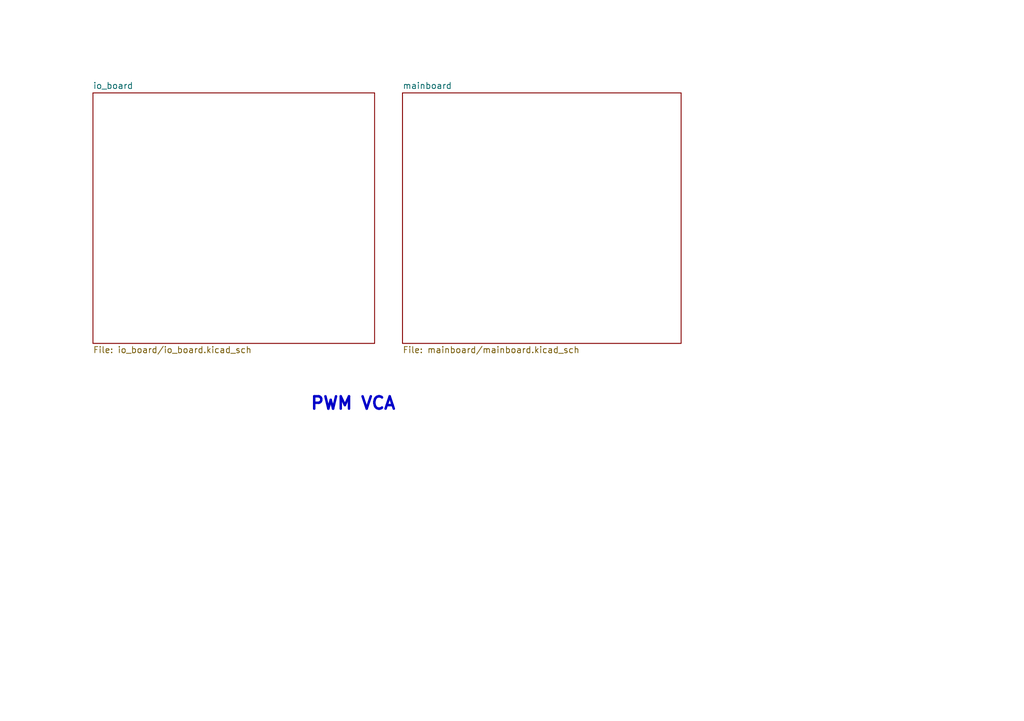
<source format=kicad_sch>
(kicad_sch (version 20211123) (generator eeschema)
  (paper "A5")
  (lib_symbols)
  (text "PWM VCA" (at 63.5 84.455 0) (effects (font (size 2.54 2.54) (thickness 0.508) bold) (justify left bottom)))
  (sheet (at 19.05 19.05) (size 57.785 51.435) (stroke (width 0.1524))
    (property "Sheet name" "io_board" (at 19.05 18.3384 0) (effects (justify left bottom)))
    (property "Sheet file" "io_board/io_board.kicad_sch" (at 19.05 71.0696 0) (effects (justify left top)))
  )
  (sheet (at 82.55 19.05) (size 57.15 51.435) (stroke (width 0.1524))
    (property "Sheet name" "mainboard" (at 82.55 18.3384 0) (effects (justify left bottom)))
    (property "Sheet file" "mainboard/mainboard.kicad_sch" (at 82.55 71.0696 0) (effects (justify left top)))
  )
)
</source>
